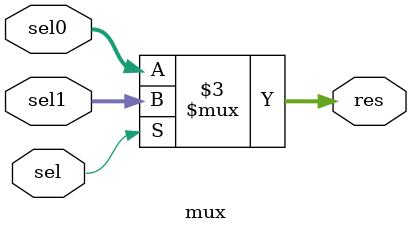
<source format=v>
module mux #(parameter WIDTH = 32)(input wire [WIDTH-1:0] sel0,
                                    input wire [WIDTH-1:0] sel1,
                                    input wire sel,
                                    output reg [WIDTH-1:0] res);
always @(*)begin

  if(sel)begin 
    res <= sel1;
  end else begin 
    res <= sel0;
  end

end
  
endmodule

</source>
